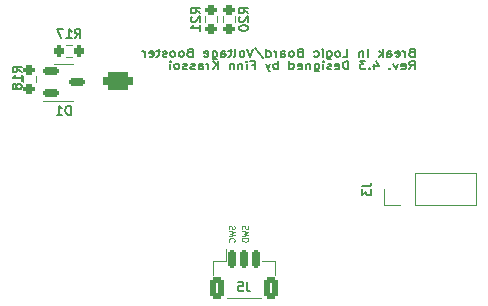
<source format=gbr>
%TF.GenerationSoftware,KiCad,Pcbnew,7.0.8-7.0.8~ubuntu22.04.1*%
%TF.CreationDate,2023-12-12T19:51:11+11:00*%
%TF.ProjectId,Boost-Converter,426f6f73-742d-4436-9f6e-766572746572,rev?*%
%TF.SameCoordinates,Original*%
%TF.FileFunction,Legend,Bot*%
%TF.FilePolarity,Positive*%
%FSLAX46Y46*%
G04 Gerber Fmt 4.6, Leading zero omitted, Abs format (unit mm)*
G04 Created by KiCad (PCBNEW 7.0.8-7.0.8~ubuntu22.04.1) date 2023-12-12 19:51:11*
%MOMM*%
%LPD*%
G01*
G04 APERTURE LIST*
G04 Aperture macros list*
%AMRoundRect*
0 Rectangle with rounded corners*
0 $1 Rounding radius*
0 $2 $3 $4 $5 $6 $7 $8 $9 X,Y pos of 4 corners*
0 Add a 4 corners polygon primitive as box body*
4,1,4,$2,$3,$4,$5,$6,$7,$8,$9,$2,$3,0*
0 Add four circle primitives for the rounded corners*
1,1,$1+$1,$2,$3*
1,1,$1+$1,$4,$5*
1,1,$1+$1,$6,$7*
1,1,$1+$1,$8,$9*
0 Add four rect primitives between the rounded corners*
20,1,$1+$1,$2,$3,$4,$5,0*
20,1,$1+$1,$4,$5,$6,$7,0*
20,1,$1+$1,$6,$7,$8,$9,0*
20,1,$1+$1,$8,$9,$2,$3,0*%
G04 Aperture macros list end*
%ADD10C,0.125000*%
%ADD11C,0.150000*%
%ADD12C,0.120000*%
%ADD13C,2.000000*%
%ADD14R,1.500000X1.500000*%
%ADD15C,3.000000*%
%ADD16R,1.700000X1.700000*%
%ADD17O,1.700000X1.700000*%
%ADD18O,2.500000X2.000000*%
%ADD19RoundRect,0.375000X-0.875000X0.375000X-0.875000X-0.375000X0.875000X-0.375000X0.875000X0.375000X0*%
%ADD20O,2.500000X1.500000*%
%ADD21C,0.650000*%
%ADD22O,1.000000X2.100000*%
%ADD23O,1.000000X1.600000*%
%ADD24R,1.350000X1.350000*%
%ADD25O,1.350000X1.350000*%
%ADD26RoundRect,0.200000X0.200000X0.275000X-0.200000X0.275000X-0.200000X-0.275000X0.200000X-0.275000X0*%
%ADD27RoundRect,0.200000X-0.275000X0.200000X-0.275000X-0.200000X0.275000X-0.200000X0.275000X0.200000X0*%
%ADD28RoundRect,0.200000X0.275000X-0.200000X0.275000X0.200000X-0.275000X0.200000X-0.275000X-0.200000X0*%
%ADD29RoundRect,0.150000X-0.150000X-0.625000X0.150000X-0.625000X0.150000X0.625000X-0.150000X0.625000X0*%
%ADD30RoundRect,0.250000X-0.350000X-0.650000X0.350000X-0.650000X0.350000X0.650000X-0.350000X0.650000X0*%
%ADD31RoundRect,0.150000X-0.512500X-0.150000X0.512500X-0.150000X0.512500X0.150000X-0.512500X0.150000X0*%
G04 APERTURE END LIST*
D10*
X149172000Y-94825429D02*
X149195809Y-94896857D01*
X149195809Y-94896857D02*
X149195809Y-95015905D01*
X149195809Y-95015905D02*
X149172000Y-95063524D01*
X149172000Y-95063524D02*
X149148190Y-95087333D01*
X149148190Y-95087333D02*
X149100571Y-95111143D01*
X149100571Y-95111143D02*
X149052952Y-95111143D01*
X149052952Y-95111143D02*
X149005333Y-95087333D01*
X149005333Y-95087333D02*
X148981523Y-95063524D01*
X148981523Y-95063524D02*
X148957714Y-95015905D01*
X148957714Y-95015905D02*
X148933904Y-94920667D01*
X148933904Y-94920667D02*
X148910095Y-94873048D01*
X148910095Y-94873048D02*
X148886285Y-94849238D01*
X148886285Y-94849238D02*
X148838666Y-94825429D01*
X148838666Y-94825429D02*
X148791047Y-94825429D01*
X148791047Y-94825429D02*
X148743428Y-94849238D01*
X148743428Y-94849238D02*
X148719619Y-94873048D01*
X148719619Y-94873048D02*
X148695809Y-94920667D01*
X148695809Y-94920667D02*
X148695809Y-95039714D01*
X148695809Y-95039714D02*
X148719619Y-95111143D01*
X148695809Y-95277809D02*
X149195809Y-95396857D01*
X149195809Y-95396857D02*
X148838666Y-95492095D01*
X148838666Y-95492095D02*
X149195809Y-95587333D01*
X149195809Y-95587333D02*
X148695809Y-95706381D01*
X149148190Y-96182571D02*
X149172000Y-96158762D01*
X149172000Y-96158762D02*
X149195809Y-96087333D01*
X149195809Y-96087333D02*
X149195809Y-96039714D01*
X149195809Y-96039714D02*
X149172000Y-95968286D01*
X149172000Y-95968286D02*
X149124380Y-95920667D01*
X149124380Y-95920667D02*
X149076761Y-95896857D01*
X149076761Y-95896857D02*
X148981523Y-95873048D01*
X148981523Y-95873048D02*
X148910095Y-95873048D01*
X148910095Y-95873048D02*
X148814857Y-95896857D01*
X148814857Y-95896857D02*
X148767238Y-95920667D01*
X148767238Y-95920667D02*
X148719619Y-95968286D01*
X148719619Y-95968286D02*
X148695809Y-96039714D01*
X148695809Y-96039714D02*
X148695809Y-96087333D01*
X148695809Y-96087333D02*
X148719619Y-96158762D01*
X148719619Y-96158762D02*
X148743428Y-96182571D01*
D11*
X164163173Y-80156176D02*
X164048887Y-80187128D01*
X164048887Y-80187128D02*
X164010792Y-80218080D01*
X164010792Y-80218080D02*
X163972696Y-80279985D01*
X163972696Y-80279985D02*
X163972696Y-80372842D01*
X163972696Y-80372842D02*
X164010792Y-80434747D01*
X164010792Y-80434747D02*
X164048887Y-80465700D01*
X164048887Y-80465700D02*
X164125077Y-80496652D01*
X164125077Y-80496652D02*
X164429839Y-80496652D01*
X164429839Y-80496652D02*
X164429839Y-79846652D01*
X164429839Y-79846652D02*
X164163173Y-79846652D01*
X164163173Y-79846652D02*
X164086982Y-79877604D01*
X164086982Y-79877604D02*
X164048887Y-79908557D01*
X164048887Y-79908557D02*
X164010792Y-79970461D01*
X164010792Y-79970461D02*
X164010792Y-80032366D01*
X164010792Y-80032366D02*
X164048887Y-80094271D01*
X164048887Y-80094271D02*
X164086982Y-80125223D01*
X164086982Y-80125223D02*
X164163173Y-80156176D01*
X164163173Y-80156176D02*
X164429839Y-80156176D01*
X163629839Y-80496652D02*
X163629839Y-80063319D01*
X163629839Y-80187128D02*
X163591744Y-80125223D01*
X163591744Y-80125223D02*
X163553649Y-80094271D01*
X163553649Y-80094271D02*
X163477458Y-80063319D01*
X163477458Y-80063319D02*
X163401268Y-80063319D01*
X162829839Y-80465700D02*
X162906030Y-80496652D01*
X162906030Y-80496652D02*
X163058411Y-80496652D01*
X163058411Y-80496652D02*
X163134601Y-80465700D01*
X163134601Y-80465700D02*
X163172697Y-80403795D01*
X163172697Y-80403795D02*
X163172697Y-80156176D01*
X163172697Y-80156176D02*
X163134601Y-80094271D01*
X163134601Y-80094271D02*
X163058411Y-80063319D01*
X163058411Y-80063319D02*
X162906030Y-80063319D01*
X162906030Y-80063319D02*
X162829839Y-80094271D01*
X162829839Y-80094271D02*
X162791744Y-80156176D01*
X162791744Y-80156176D02*
X162791744Y-80218080D01*
X162791744Y-80218080D02*
X163172697Y-80279985D01*
X162106030Y-80496652D02*
X162106030Y-80156176D01*
X162106030Y-80156176D02*
X162144125Y-80094271D01*
X162144125Y-80094271D02*
X162220316Y-80063319D01*
X162220316Y-80063319D02*
X162372697Y-80063319D01*
X162372697Y-80063319D02*
X162448887Y-80094271D01*
X162106030Y-80465700D02*
X162182221Y-80496652D01*
X162182221Y-80496652D02*
X162372697Y-80496652D01*
X162372697Y-80496652D02*
X162448887Y-80465700D01*
X162448887Y-80465700D02*
X162486983Y-80403795D01*
X162486983Y-80403795D02*
X162486983Y-80341890D01*
X162486983Y-80341890D02*
X162448887Y-80279985D01*
X162448887Y-80279985D02*
X162372697Y-80249033D01*
X162372697Y-80249033D02*
X162182221Y-80249033D01*
X162182221Y-80249033D02*
X162106030Y-80218080D01*
X161725077Y-80496652D02*
X161725077Y-79846652D01*
X161648887Y-80249033D02*
X161420315Y-80496652D01*
X161420315Y-80063319D02*
X161725077Y-80310938D01*
X160467934Y-80496652D02*
X160467934Y-79846652D01*
X160086982Y-80063319D02*
X160086982Y-80496652D01*
X160086982Y-80125223D02*
X160048887Y-80094271D01*
X160048887Y-80094271D02*
X159972697Y-80063319D01*
X159972697Y-80063319D02*
X159858411Y-80063319D01*
X159858411Y-80063319D02*
X159782220Y-80094271D01*
X159782220Y-80094271D02*
X159744125Y-80156176D01*
X159744125Y-80156176D02*
X159744125Y-80496652D01*
X158372696Y-80496652D02*
X158753648Y-80496652D01*
X158753648Y-80496652D02*
X158753648Y-79846652D01*
X157991744Y-80496652D02*
X158067934Y-80465700D01*
X158067934Y-80465700D02*
X158106029Y-80434747D01*
X158106029Y-80434747D02*
X158144125Y-80372842D01*
X158144125Y-80372842D02*
X158144125Y-80187128D01*
X158144125Y-80187128D02*
X158106029Y-80125223D01*
X158106029Y-80125223D02*
X158067934Y-80094271D01*
X158067934Y-80094271D02*
X157991744Y-80063319D01*
X157991744Y-80063319D02*
X157877458Y-80063319D01*
X157877458Y-80063319D02*
X157801267Y-80094271D01*
X157801267Y-80094271D02*
X157763172Y-80125223D01*
X157763172Y-80125223D02*
X157725077Y-80187128D01*
X157725077Y-80187128D02*
X157725077Y-80372842D01*
X157725077Y-80372842D02*
X157763172Y-80434747D01*
X157763172Y-80434747D02*
X157801267Y-80465700D01*
X157801267Y-80465700D02*
X157877458Y-80496652D01*
X157877458Y-80496652D02*
X157991744Y-80496652D01*
X157039362Y-80063319D02*
X157039362Y-80589509D01*
X157039362Y-80589509D02*
X157077457Y-80651414D01*
X157077457Y-80651414D02*
X157115553Y-80682366D01*
X157115553Y-80682366D02*
X157191743Y-80713319D01*
X157191743Y-80713319D02*
X157306029Y-80713319D01*
X157306029Y-80713319D02*
X157382219Y-80682366D01*
X157039362Y-80465700D02*
X157115553Y-80496652D01*
X157115553Y-80496652D02*
X157267934Y-80496652D01*
X157267934Y-80496652D02*
X157344124Y-80465700D01*
X157344124Y-80465700D02*
X157382219Y-80434747D01*
X157382219Y-80434747D02*
X157420315Y-80372842D01*
X157420315Y-80372842D02*
X157420315Y-80187128D01*
X157420315Y-80187128D02*
X157382219Y-80125223D01*
X157382219Y-80125223D02*
X157344124Y-80094271D01*
X157344124Y-80094271D02*
X157267934Y-80063319D01*
X157267934Y-80063319D02*
X157115553Y-80063319D01*
X157115553Y-80063319D02*
X157039362Y-80094271D01*
X156658409Y-80496652D02*
X156658409Y-80063319D01*
X156658409Y-79846652D02*
X156696505Y-79877604D01*
X156696505Y-79877604D02*
X156658409Y-79908557D01*
X156658409Y-79908557D02*
X156620314Y-79877604D01*
X156620314Y-79877604D02*
X156658409Y-79846652D01*
X156658409Y-79846652D02*
X156658409Y-79908557D01*
X155934600Y-80465700D02*
X156010791Y-80496652D01*
X156010791Y-80496652D02*
X156163172Y-80496652D01*
X156163172Y-80496652D02*
X156239362Y-80465700D01*
X156239362Y-80465700D02*
X156277457Y-80434747D01*
X156277457Y-80434747D02*
X156315553Y-80372842D01*
X156315553Y-80372842D02*
X156315553Y-80187128D01*
X156315553Y-80187128D02*
X156277457Y-80125223D01*
X156277457Y-80125223D02*
X156239362Y-80094271D01*
X156239362Y-80094271D02*
X156163172Y-80063319D01*
X156163172Y-80063319D02*
X156010791Y-80063319D01*
X156010791Y-80063319D02*
X155934600Y-80094271D01*
X154715553Y-80156176D02*
X154601267Y-80187128D01*
X154601267Y-80187128D02*
X154563172Y-80218080D01*
X154563172Y-80218080D02*
X154525076Y-80279985D01*
X154525076Y-80279985D02*
X154525076Y-80372842D01*
X154525076Y-80372842D02*
X154563172Y-80434747D01*
X154563172Y-80434747D02*
X154601267Y-80465700D01*
X154601267Y-80465700D02*
X154677457Y-80496652D01*
X154677457Y-80496652D02*
X154982219Y-80496652D01*
X154982219Y-80496652D02*
X154982219Y-79846652D01*
X154982219Y-79846652D02*
X154715553Y-79846652D01*
X154715553Y-79846652D02*
X154639362Y-79877604D01*
X154639362Y-79877604D02*
X154601267Y-79908557D01*
X154601267Y-79908557D02*
X154563172Y-79970461D01*
X154563172Y-79970461D02*
X154563172Y-80032366D01*
X154563172Y-80032366D02*
X154601267Y-80094271D01*
X154601267Y-80094271D02*
X154639362Y-80125223D01*
X154639362Y-80125223D02*
X154715553Y-80156176D01*
X154715553Y-80156176D02*
X154982219Y-80156176D01*
X154067934Y-80496652D02*
X154144124Y-80465700D01*
X154144124Y-80465700D02*
X154182219Y-80434747D01*
X154182219Y-80434747D02*
X154220315Y-80372842D01*
X154220315Y-80372842D02*
X154220315Y-80187128D01*
X154220315Y-80187128D02*
X154182219Y-80125223D01*
X154182219Y-80125223D02*
X154144124Y-80094271D01*
X154144124Y-80094271D02*
X154067934Y-80063319D01*
X154067934Y-80063319D02*
X153953648Y-80063319D01*
X153953648Y-80063319D02*
X153877457Y-80094271D01*
X153877457Y-80094271D02*
X153839362Y-80125223D01*
X153839362Y-80125223D02*
X153801267Y-80187128D01*
X153801267Y-80187128D02*
X153801267Y-80372842D01*
X153801267Y-80372842D02*
X153839362Y-80434747D01*
X153839362Y-80434747D02*
X153877457Y-80465700D01*
X153877457Y-80465700D02*
X153953648Y-80496652D01*
X153953648Y-80496652D02*
X154067934Y-80496652D01*
X153115552Y-80496652D02*
X153115552Y-80156176D01*
X153115552Y-80156176D02*
X153153647Y-80094271D01*
X153153647Y-80094271D02*
X153229838Y-80063319D01*
X153229838Y-80063319D02*
X153382219Y-80063319D01*
X153382219Y-80063319D02*
X153458409Y-80094271D01*
X153115552Y-80465700D02*
X153191743Y-80496652D01*
X153191743Y-80496652D02*
X153382219Y-80496652D01*
X153382219Y-80496652D02*
X153458409Y-80465700D01*
X153458409Y-80465700D02*
X153496505Y-80403795D01*
X153496505Y-80403795D02*
X153496505Y-80341890D01*
X153496505Y-80341890D02*
X153458409Y-80279985D01*
X153458409Y-80279985D02*
X153382219Y-80249033D01*
X153382219Y-80249033D02*
X153191743Y-80249033D01*
X153191743Y-80249033D02*
X153115552Y-80218080D01*
X152734599Y-80496652D02*
X152734599Y-80063319D01*
X152734599Y-80187128D02*
X152696504Y-80125223D01*
X152696504Y-80125223D02*
X152658409Y-80094271D01*
X152658409Y-80094271D02*
X152582218Y-80063319D01*
X152582218Y-80063319D02*
X152506028Y-80063319D01*
X151896504Y-80496652D02*
X151896504Y-79846652D01*
X151896504Y-80465700D02*
X151972695Y-80496652D01*
X151972695Y-80496652D02*
X152125076Y-80496652D01*
X152125076Y-80496652D02*
X152201266Y-80465700D01*
X152201266Y-80465700D02*
X152239361Y-80434747D01*
X152239361Y-80434747D02*
X152277457Y-80372842D01*
X152277457Y-80372842D02*
X152277457Y-80187128D01*
X152277457Y-80187128D02*
X152239361Y-80125223D01*
X152239361Y-80125223D02*
X152201266Y-80094271D01*
X152201266Y-80094271D02*
X152125076Y-80063319D01*
X152125076Y-80063319D02*
X151972695Y-80063319D01*
X151972695Y-80063319D02*
X151896504Y-80094271D01*
X150944123Y-79815700D02*
X151629837Y-80651414D01*
X150791742Y-79846652D02*
X150525075Y-80496652D01*
X150525075Y-80496652D02*
X150258409Y-79846652D01*
X149877457Y-80496652D02*
X149953647Y-80465700D01*
X149953647Y-80465700D02*
X149991742Y-80434747D01*
X149991742Y-80434747D02*
X150029838Y-80372842D01*
X150029838Y-80372842D02*
X150029838Y-80187128D01*
X150029838Y-80187128D02*
X149991742Y-80125223D01*
X149991742Y-80125223D02*
X149953647Y-80094271D01*
X149953647Y-80094271D02*
X149877457Y-80063319D01*
X149877457Y-80063319D02*
X149763171Y-80063319D01*
X149763171Y-80063319D02*
X149686980Y-80094271D01*
X149686980Y-80094271D02*
X149648885Y-80125223D01*
X149648885Y-80125223D02*
X149610790Y-80187128D01*
X149610790Y-80187128D02*
X149610790Y-80372842D01*
X149610790Y-80372842D02*
X149648885Y-80434747D01*
X149648885Y-80434747D02*
X149686980Y-80465700D01*
X149686980Y-80465700D02*
X149763171Y-80496652D01*
X149763171Y-80496652D02*
X149877457Y-80496652D01*
X149153647Y-80496652D02*
X149229837Y-80465700D01*
X149229837Y-80465700D02*
X149267932Y-80403795D01*
X149267932Y-80403795D02*
X149267932Y-79846652D01*
X148963170Y-80063319D02*
X148658408Y-80063319D01*
X148848884Y-79846652D02*
X148848884Y-80403795D01*
X148848884Y-80403795D02*
X148810789Y-80465700D01*
X148810789Y-80465700D02*
X148734599Y-80496652D01*
X148734599Y-80496652D02*
X148658408Y-80496652D01*
X148048884Y-80496652D02*
X148048884Y-80156176D01*
X148048884Y-80156176D02*
X148086979Y-80094271D01*
X148086979Y-80094271D02*
X148163170Y-80063319D01*
X148163170Y-80063319D02*
X148315551Y-80063319D01*
X148315551Y-80063319D02*
X148391741Y-80094271D01*
X148048884Y-80465700D02*
X148125075Y-80496652D01*
X148125075Y-80496652D02*
X148315551Y-80496652D01*
X148315551Y-80496652D02*
X148391741Y-80465700D01*
X148391741Y-80465700D02*
X148429837Y-80403795D01*
X148429837Y-80403795D02*
X148429837Y-80341890D01*
X148429837Y-80341890D02*
X148391741Y-80279985D01*
X148391741Y-80279985D02*
X148315551Y-80249033D01*
X148315551Y-80249033D02*
X148125075Y-80249033D01*
X148125075Y-80249033D02*
X148048884Y-80218080D01*
X147325074Y-80063319D02*
X147325074Y-80589509D01*
X147325074Y-80589509D02*
X147363169Y-80651414D01*
X147363169Y-80651414D02*
X147401265Y-80682366D01*
X147401265Y-80682366D02*
X147477455Y-80713319D01*
X147477455Y-80713319D02*
X147591741Y-80713319D01*
X147591741Y-80713319D02*
X147667931Y-80682366D01*
X147325074Y-80465700D02*
X147401265Y-80496652D01*
X147401265Y-80496652D02*
X147553646Y-80496652D01*
X147553646Y-80496652D02*
X147629836Y-80465700D01*
X147629836Y-80465700D02*
X147667931Y-80434747D01*
X147667931Y-80434747D02*
X147706027Y-80372842D01*
X147706027Y-80372842D02*
X147706027Y-80187128D01*
X147706027Y-80187128D02*
X147667931Y-80125223D01*
X147667931Y-80125223D02*
X147629836Y-80094271D01*
X147629836Y-80094271D02*
X147553646Y-80063319D01*
X147553646Y-80063319D02*
X147401265Y-80063319D01*
X147401265Y-80063319D02*
X147325074Y-80094271D01*
X146639359Y-80465700D02*
X146715550Y-80496652D01*
X146715550Y-80496652D02*
X146867931Y-80496652D01*
X146867931Y-80496652D02*
X146944121Y-80465700D01*
X146944121Y-80465700D02*
X146982217Y-80403795D01*
X146982217Y-80403795D02*
X146982217Y-80156176D01*
X146982217Y-80156176D02*
X146944121Y-80094271D01*
X146944121Y-80094271D02*
X146867931Y-80063319D01*
X146867931Y-80063319D02*
X146715550Y-80063319D01*
X146715550Y-80063319D02*
X146639359Y-80094271D01*
X146639359Y-80094271D02*
X146601264Y-80156176D01*
X146601264Y-80156176D02*
X146601264Y-80218080D01*
X146601264Y-80218080D02*
X146982217Y-80279985D01*
X145382217Y-80156176D02*
X145267931Y-80187128D01*
X145267931Y-80187128D02*
X145229836Y-80218080D01*
X145229836Y-80218080D02*
X145191740Y-80279985D01*
X145191740Y-80279985D02*
X145191740Y-80372842D01*
X145191740Y-80372842D02*
X145229836Y-80434747D01*
X145229836Y-80434747D02*
X145267931Y-80465700D01*
X145267931Y-80465700D02*
X145344121Y-80496652D01*
X145344121Y-80496652D02*
X145648883Y-80496652D01*
X145648883Y-80496652D02*
X145648883Y-79846652D01*
X145648883Y-79846652D02*
X145382217Y-79846652D01*
X145382217Y-79846652D02*
X145306026Y-79877604D01*
X145306026Y-79877604D02*
X145267931Y-79908557D01*
X145267931Y-79908557D02*
X145229836Y-79970461D01*
X145229836Y-79970461D02*
X145229836Y-80032366D01*
X145229836Y-80032366D02*
X145267931Y-80094271D01*
X145267931Y-80094271D02*
X145306026Y-80125223D01*
X145306026Y-80125223D02*
X145382217Y-80156176D01*
X145382217Y-80156176D02*
X145648883Y-80156176D01*
X144734598Y-80496652D02*
X144810788Y-80465700D01*
X144810788Y-80465700D02*
X144848883Y-80434747D01*
X144848883Y-80434747D02*
X144886979Y-80372842D01*
X144886979Y-80372842D02*
X144886979Y-80187128D01*
X144886979Y-80187128D02*
X144848883Y-80125223D01*
X144848883Y-80125223D02*
X144810788Y-80094271D01*
X144810788Y-80094271D02*
X144734598Y-80063319D01*
X144734598Y-80063319D02*
X144620312Y-80063319D01*
X144620312Y-80063319D02*
X144544121Y-80094271D01*
X144544121Y-80094271D02*
X144506026Y-80125223D01*
X144506026Y-80125223D02*
X144467931Y-80187128D01*
X144467931Y-80187128D02*
X144467931Y-80372842D01*
X144467931Y-80372842D02*
X144506026Y-80434747D01*
X144506026Y-80434747D02*
X144544121Y-80465700D01*
X144544121Y-80465700D02*
X144620312Y-80496652D01*
X144620312Y-80496652D02*
X144734598Y-80496652D01*
X144010788Y-80496652D02*
X144086978Y-80465700D01*
X144086978Y-80465700D02*
X144125073Y-80434747D01*
X144125073Y-80434747D02*
X144163169Y-80372842D01*
X144163169Y-80372842D02*
X144163169Y-80187128D01*
X144163169Y-80187128D02*
X144125073Y-80125223D01*
X144125073Y-80125223D02*
X144086978Y-80094271D01*
X144086978Y-80094271D02*
X144010788Y-80063319D01*
X144010788Y-80063319D02*
X143896502Y-80063319D01*
X143896502Y-80063319D02*
X143820311Y-80094271D01*
X143820311Y-80094271D02*
X143782216Y-80125223D01*
X143782216Y-80125223D02*
X143744121Y-80187128D01*
X143744121Y-80187128D02*
X143744121Y-80372842D01*
X143744121Y-80372842D02*
X143782216Y-80434747D01*
X143782216Y-80434747D02*
X143820311Y-80465700D01*
X143820311Y-80465700D02*
X143896502Y-80496652D01*
X143896502Y-80496652D02*
X144010788Y-80496652D01*
X143439359Y-80465700D02*
X143363168Y-80496652D01*
X143363168Y-80496652D02*
X143210787Y-80496652D01*
X143210787Y-80496652D02*
X143134597Y-80465700D01*
X143134597Y-80465700D02*
X143096501Y-80403795D01*
X143096501Y-80403795D02*
X143096501Y-80372842D01*
X143096501Y-80372842D02*
X143134597Y-80310938D01*
X143134597Y-80310938D02*
X143210787Y-80279985D01*
X143210787Y-80279985D02*
X143325073Y-80279985D01*
X143325073Y-80279985D02*
X143401263Y-80249033D01*
X143401263Y-80249033D02*
X143439359Y-80187128D01*
X143439359Y-80187128D02*
X143439359Y-80156176D01*
X143439359Y-80156176D02*
X143401263Y-80094271D01*
X143401263Y-80094271D02*
X143325073Y-80063319D01*
X143325073Y-80063319D02*
X143210787Y-80063319D01*
X143210787Y-80063319D02*
X143134597Y-80094271D01*
X142867930Y-80063319D02*
X142563168Y-80063319D01*
X142753644Y-79846652D02*
X142753644Y-80403795D01*
X142753644Y-80403795D02*
X142715549Y-80465700D01*
X142715549Y-80465700D02*
X142639359Y-80496652D01*
X142639359Y-80496652D02*
X142563168Y-80496652D01*
X141991739Y-80465700D02*
X142067930Y-80496652D01*
X142067930Y-80496652D02*
X142220311Y-80496652D01*
X142220311Y-80496652D02*
X142296501Y-80465700D01*
X142296501Y-80465700D02*
X142334597Y-80403795D01*
X142334597Y-80403795D02*
X142334597Y-80156176D01*
X142334597Y-80156176D02*
X142296501Y-80094271D01*
X142296501Y-80094271D02*
X142220311Y-80063319D01*
X142220311Y-80063319D02*
X142067930Y-80063319D01*
X142067930Y-80063319D02*
X141991739Y-80094271D01*
X141991739Y-80094271D02*
X141953644Y-80156176D01*
X141953644Y-80156176D02*
X141953644Y-80218080D01*
X141953644Y-80218080D02*
X142334597Y-80279985D01*
X141610787Y-80496652D02*
X141610787Y-80063319D01*
X141610787Y-80187128D02*
X141572692Y-80125223D01*
X141572692Y-80125223D02*
X141534597Y-80094271D01*
X141534597Y-80094271D02*
X141458406Y-80063319D01*
X141458406Y-80063319D02*
X141382216Y-80063319D01*
X163972696Y-81543152D02*
X164239363Y-81233628D01*
X164429839Y-81543152D02*
X164429839Y-80893152D01*
X164429839Y-80893152D02*
X164125077Y-80893152D01*
X164125077Y-80893152D02*
X164048887Y-80924104D01*
X164048887Y-80924104D02*
X164010792Y-80955057D01*
X164010792Y-80955057D02*
X163972696Y-81016961D01*
X163972696Y-81016961D02*
X163972696Y-81109819D01*
X163972696Y-81109819D02*
X164010792Y-81171723D01*
X164010792Y-81171723D02*
X164048887Y-81202676D01*
X164048887Y-81202676D02*
X164125077Y-81233628D01*
X164125077Y-81233628D02*
X164429839Y-81233628D01*
X163325077Y-81512200D02*
X163401268Y-81543152D01*
X163401268Y-81543152D02*
X163553649Y-81543152D01*
X163553649Y-81543152D02*
X163629839Y-81512200D01*
X163629839Y-81512200D02*
X163667935Y-81450295D01*
X163667935Y-81450295D02*
X163667935Y-81202676D01*
X163667935Y-81202676D02*
X163629839Y-81140771D01*
X163629839Y-81140771D02*
X163553649Y-81109819D01*
X163553649Y-81109819D02*
X163401268Y-81109819D01*
X163401268Y-81109819D02*
X163325077Y-81140771D01*
X163325077Y-81140771D02*
X163286982Y-81202676D01*
X163286982Y-81202676D02*
X163286982Y-81264580D01*
X163286982Y-81264580D02*
X163667935Y-81326485D01*
X163020316Y-81109819D02*
X162829840Y-81543152D01*
X162829840Y-81543152D02*
X162639363Y-81109819D01*
X162334601Y-81481247D02*
X162296506Y-81512200D01*
X162296506Y-81512200D02*
X162334601Y-81543152D01*
X162334601Y-81543152D02*
X162372697Y-81512200D01*
X162372697Y-81512200D02*
X162334601Y-81481247D01*
X162334601Y-81481247D02*
X162334601Y-81543152D01*
X161001268Y-81109819D02*
X161001268Y-81543152D01*
X161191744Y-80862200D02*
X161382221Y-81326485D01*
X161382221Y-81326485D02*
X160886982Y-81326485D01*
X160582220Y-81481247D02*
X160544125Y-81512200D01*
X160544125Y-81512200D02*
X160582220Y-81543152D01*
X160582220Y-81543152D02*
X160620316Y-81512200D01*
X160620316Y-81512200D02*
X160582220Y-81481247D01*
X160582220Y-81481247D02*
X160582220Y-81543152D01*
X160277459Y-80893152D02*
X159782221Y-80893152D01*
X159782221Y-80893152D02*
X160048887Y-81140771D01*
X160048887Y-81140771D02*
X159934602Y-81140771D01*
X159934602Y-81140771D02*
X159858411Y-81171723D01*
X159858411Y-81171723D02*
X159820316Y-81202676D01*
X159820316Y-81202676D02*
X159782221Y-81264580D01*
X159782221Y-81264580D02*
X159782221Y-81419342D01*
X159782221Y-81419342D02*
X159820316Y-81481247D01*
X159820316Y-81481247D02*
X159858411Y-81512200D01*
X159858411Y-81512200D02*
X159934602Y-81543152D01*
X159934602Y-81543152D02*
X160163173Y-81543152D01*
X160163173Y-81543152D02*
X160239364Y-81512200D01*
X160239364Y-81512200D02*
X160277459Y-81481247D01*
X158829839Y-81543152D02*
X158829839Y-80893152D01*
X158829839Y-80893152D02*
X158639363Y-80893152D01*
X158639363Y-80893152D02*
X158525077Y-80924104D01*
X158525077Y-80924104D02*
X158448887Y-80986009D01*
X158448887Y-80986009D02*
X158410792Y-81047914D01*
X158410792Y-81047914D02*
X158372696Y-81171723D01*
X158372696Y-81171723D02*
X158372696Y-81264580D01*
X158372696Y-81264580D02*
X158410792Y-81388390D01*
X158410792Y-81388390D02*
X158448887Y-81450295D01*
X158448887Y-81450295D02*
X158525077Y-81512200D01*
X158525077Y-81512200D02*
X158639363Y-81543152D01*
X158639363Y-81543152D02*
X158829839Y-81543152D01*
X157725077Y-81512200D02*
X157801268Y-81543152D01*
X157801268Y-81543152D02*
X157953649Y-81543152D01*
X157953649Y-81543152D02*
X158029839Y-81512200D01*
X158029839Y-81512200D02*
X158067935Y-81450295D01*
X158067935Y-81450295D02*
X158067935Y-81202676D01*
X158067935Y-81202676D02*
X158029839Y-81140771D01*
X158029839Y-81140771D02*
X157953649Y-81109819D01*
X157953649Y-81109819D02*
X157801268Y-81109819D01*
X157801268Y-81109819D02*
X157725077Y-81140771D01*
X157725077Y-81140771D02*
X157686982Y-81202676D01*
X157686982Y-81202676D02*
X157686982Y-81264580D01*
X157686982Y-81264580D02*
X158067935Y-81326485D01*
X157382221Y-81512200D02*
X157306030Y-81543152D01*
X157306030Y-81543152D02*
X157153649Y-81543152D01*
X157153649Y-81543152D02*
X157077459Y-81512200D01*
X157077459Y-81512200D02*
X157039363Y-81450295D01*
X157039363Y-81450295D02*
X157039363Y-81419342D01*
X157039363Y-81419342D02*
X157077459Y-81357438D01*
X157077459Y-81357438D02*
X157153649Y-81326485D01*
X157153649Y-81326485D02*
X157267935Y-81326485D01*
X157267935Y-81326485D02*
X157344125Y-81295533D01*
X157344125Y-81295533D02*
X157382221Y-81233628D01*
X157382221Y-81233628D02*
X157382221Y-81202676D01*
X157382221Y-81202676D02*
X157344125Y-81140771D01*
X157344125Y-81140771D02*
X157267935Y-81109819D01*
X157267935Y-81109819D02*
X157153649Y-81109819D01*
X157153649Y-81109819D02*
X157077459Y-81140771D01*
X156696506Y-81543152D02*
X156696506Y-81109819D01*
X156696506Y-80893152D02*
X156734602Y-80924104D01*
X156734602Y-80924104D02*
X156696506Y-80955057D01*
X156696506Y-80955057D02*
X156658411Y-80924104D01*
X156658411Y-80924104D02*
X156696506Y-80893152D01*
X156696506Y-80893152D02*
X156696506Y-80955057D01*
X155972697Y-81109819D02*
X155972697Y-81636009D01*
X155972697Y-81636009D02*
X156010792Y-81697914D01*
X156010792Y-81697914D02*
X156048888Y-81728866D01*
X156048888Y-81728866D02*
X156125078Y-81759819D01*
X156125078Y-81759819D02*
X156239364Y-81759819D01*
X156239364Y-81759819D02*
X156315554Y-81728866D01*
X155972697Y-81512200D02*
X156048888Y-81543152D01*
X156048888Y-81543152D02*
X156201269Y-81543152D01*
X156201269Y-81543152D02*
X156277459Y-81512200D01*
X156277459Y-81512200D02*
X156315554Y-81481247D01*
X156315554Y-81481247D02*
X156353650Y-81419342D01*
X156353650Y-81419342D02*
X156353650Y-81233628D01*
X156353650Y-81233628D02*
X156315554Y-81171723D01*
X156315554Y-81171723D02*
X156277459Y-81140771D01*
X156277459Y-81140771D02*
X156201269Y-81109819D01*
X156201269Y-81109819D02*
X156048888Y-81109819D01*
X156048888Y-81109819D02*
X155972697Y-81140771D01*
X155591744Y-81109819D02*
X155591744Y-81543152D01*
X155591744Y-81171723D02*
X155553649Y-81140771D01*
X155553649Y-81140771D02*
X155477459Y-81109819D01*
X155477459Y-81109819D02*
X155363173Y-81109819D01*
X155363173Y-81109819D02*
X155286982Y-81140771D01*
X155286982Y-81140771D02*
X155248887Y-81202676D01*
X155248887Y-81202676D02*
X155248887Y-81543152D01*
X154563172Y-81512200D02*
X154639363Y-81543152D01*
X154639363Y-81543152D02*
X154791744Y-81543152D01*
X154791744Y-81543152D02*
X154867934Y-81512200D01*
X154867934Y-81512200D02*
X154906030Y-81450295D01*
X154906030Y-81450295D02*
X154906030Y-81202676D01*
X154906030Y-81202676D02*
X154867934Y-81140771D01*
X154867934Y-81140771D02*
X154791744Y-81109819D01*
X154791744Y-81109819D02*
X154639363Y-81109819D01*
X154639363Y-81109819D02*
X154563172Y-81140771D01*
X154563172Y-81140771D02*
X154525077Y-81202676D01*
X154525077Y-81202676D02*
X154525077Y-81264580D01*
X154525077Y-81264580D02*
X154906030Y-81326485D01*
X153839363Y-81543152D02*
X153839363Y-80893152D01*
X153839363Y-81512200D02*
X153915554Y-81543152D01*
X153915554Y-81543152D02*
X154067935Y-81543152D01*
X154067935Y-81543152D02*
X154144125Y-81512200D01*
X154144125Y-81512200D02*
X154182220Y-81481247D01*
X154182220Y-81481247D02*
X154220316Y-81419342D01*
X154220316Y-81419342D02*
X154220316Y-81233628D01*
X154220316Y-81233628D02*
X154182220Y-81171723D01*
X154182220Y-81171723D02*
X154144125Y-81140771D01*
X154144125Y-81140771D02*
X154067935Y-81109819D01*
X154067935Y-81109819D02*
X153915554Y-81109819D01*
X153915554Y-81109819D02*
X153839363Y-81140771D01*
X152848886Y-81543152D02*
X152848886Y-80893152D01*
X152848886Y-81140771D02*
X152772696Y-81109819D01*
X152772696Y-81109819D02*
X152620315Y-81109819D01*
X152620315Y-81109819D02*
X152544124Y-81140771D01*
X152544124Y-81140771D02*
X152506029Y-81171723D01*
X152506029Y-81171723D02*
X152467934Y-81233628D01*
X152467934Y-81233628D02*
X152467934Y-81419342D01*
X152467934Y-81419342D02*
X152506029Y-81481247D01*
X152506029Y-81481247D02*
X152544124Y-81512200D01*
X152544124Y-81512200D02*
X152620315Y-81543152D01*
X152620315Y-81543152D02*
X152772696Y-81543152D01*
X152772696Y-81543152D02*
X152848886Y-81512200D01*
X152201267Y-81109819D02*
X152010791Y-81543152D01*
X151820314Y-81109819D02*
X152010791Y-81543152D01*
X152010791Y-81543152D02*
X152086981Y-81697914D01*
X152086981Y-81697914D02*
X152125076Y-81728866D01*
X152125076Y-81728866D02*
X152201267Y-81759819D01*
X150639362Y-81202676D02*
X150906028Y-81202676D01*
X150906028Y-81543152D02*
X150906028Y-80893152D01*
X150906028Y-80893152D02*
X150525076Y-80893152D01*
X150220314Y-81543152D02*
X150220314Y-81109819D01*
X150220314Y-80893152D02*
X150258410Y-80924104D01*
X150258410Y-80924104D02*
X150220314Y-80955057D01*
X150220314Y-80955057D02*
X150182219Y-80924104D01*
X150182219Y-80924104D02*
X150220314Y-80893152D01*
X150220314Y-80893152D02*
X150220314Y-80955057D01*
X149839362Y-81109819D02*
X149839362Y-81543152D01*
X149839362Y-81171723D02*
X149801267Y-81140771D01*
X149801267Y-81140771D02*
X149725077Y-81109819D01*
X149725077Y-81109819D02*
X149610791Y-81109819D01*
X149610791Y-81109819D02*
X149534600Y-81140771D01*
X149534600Y-81140771D02*
X149496505Y-81202676D01*
X149496505Y-81202676D02*
X149496505Y-81543152D01*
X149115552Y-81109819D02*
X149115552Y-81543152D01*
X149115552Y-81171723D02*
X149077457Y-81140771D01*
X149077457Y-81140771D02*
X149001267Y-81109819D01*
X149001267Y-81109819D02*
X148886981Y-81109819D01*
X148886981Y-81109819D02*
X148810790Y-81140771D01*
X148810790Y-81140771D02*
X148772695Y-81202676D01*
X148772695Y-81202676D02*
X148772695Y-81543152D01*
X147782218Y-81543152D02*
X147782218Y-80893152D01*
X147325075Y-81543152D02*
X147667933Y-81171723D01*
X147325075Y-80893152D02*
X147782218Y-81264580D01*
X146982218Y-81543152D02*
X146982218Y-81109819D01*
X146982218Y-81233628D02*
X146944123Y-81171723D01*
X146944123Y-81171723D02*
X146906028Y-81140771D01*
X146906028Y-81140771D02*
X146829837Y-81109819D01*
X146829837Y-81109819D02*
X146753647Y-81109819D01*
X146144123Y-81543152D02*
X146144123Y-81202676D01*
X146144123Y-81202676D02*
X146182218Y-81140771D01*
X146182218Y-81140771D02*
X146258409Y-81109819D01*
X146258409Y-81109819D02*
X146410790Y-81109819D01*
X146410790Y-81109819D02*
X146486980Y-81140771D01*
X146144123Y-81512200D02*
X146220314Y-81543152D01*
X146220314Y-81543152D02*
X146410790Y-81543152D01*
X146410790Y-81543152D02*
X146486980Y-81512200D01*
X146486980Y-81512200D02*
X146525076Y-81450295D01*
X146525076Y-81450295D02*
X146525076Y-81388390D01*
X146525076Y-81388390D02*
X146486980Y-81326485D01*
X146486980Y-81326485D02*
X146410790Y-81295533D01*
X146410790Y-81295533D02*
X146220314Y-81295533D01*
X146220314Y-81295533D02*
X146144123Y-81264580D01*
X145801266Y-81512200D02*
X145725075Y-81543152D01*
X145725075Y-81543152D02*
X145572694Y-81543152D01*
X145572694Y-81543152D02*
X145496504Y-81512200D01*
X145496504Y-81512200D02*
X145458408Y-81450295D01*
X145458408Y-81450295D02*
X145458408Y-81419342D01*
X145458408Y-81419342D02*
X145496504Y-81357438D01*
X145496504Y-81357438D02*
X145572694Y-81326485D01*
X145572694Y-81326485D02*
X145686980Y-81326485D01*
X145686980Y-81326485D02*
X145763170Y-81295533D01*
X145763170Y-81295533D02*
X145801266Y-81233628D01*
X145801266Y-81233628D02*
X145801266Y-81202676D01*
X145801266Y-81202676D02*
X145763170Y-81140771D01*
X145763170Y-81140771D02*
X145686980Y-81109819D01*
X145686980Y-81109819D02*
X145572694Y-81109819D01*
X145572694Y-81109819D02*
X145496504Y-81140771D01*
X145153647Y-81512200D02*
X145077456Y-81543152D01*
X145077456Y-81543152D02*
X144925075Y-81543152D01*
X144925075Y-81543152D02*
X144848885Y-81512200D01*
X144848885Y-81512200D02*
X144810789Y-81450295D01*
X144810789Y-81450295D02*
X144810789Y-81419342D01*
X144810789Y-81419342D02*
X144848885Y-81357438D01*
X144848885Y-81357438D02*
X144925075Y-81326485D01*
X144925075Y-81326485D02*
X145039361Y-81326485D01*
X145039361Y-81326485D02*
X145115551Y-81295533D01*
X145115551Y-81295533D02*
X145153647Y-81233628D01*
X145153647Y-81233628D02*
X145153647Y-81202676D01*
X145153647Y-81202676D02*
X145115551Y-81140771D01*
X145115551Y-81140771D02*
X145039361Y-81109819D01*
X145039361Y-81109819D02*
X144925075Y-81109819D01*
X144925075Y-81109819D02*
X144848885Y-81140771D01*
X144353647Y-81543152D02*
X144429837Y-81512200D01*
X144429837Y-81512200D02*
X144467932Y-81481247D01*
X144467932Y-81481247D02*
X144506028Y-81419342D01*
X144506028Y-81419342D02*
X144506028Y-81233628D01*
X144506028Y-81233628D02*
X144467932Y-81171723D01*
X144467932Y-81171723D02*
X144429837Y-81140771D01*
X144429837Y-81140771D02*
X144353647Y-81109819D01*
X144353647Y-81109819D02*
X144239361Y-81109819D01*
X144239361Y-81109819D02*
X144163170Y-81140771D01*
X144163170Y-81140771D02*
X144125075Y-81171723D01*
X144125075Y-81171723D02*
X144086980Y-81233628D01*
X144086980Y-81233628D02*
X144086980Y-81419342D01*
X144086980Y-81419342D02*
X144125075Y-81481247D01*
X144125075Y-81481247D02*
X144163170Y-81512200D01*
X144163170Y-81512200D02*
X144239361Y-81543152D01*
X144239361Y-81543152D02*
X144353647Y-81543152D01*
X143744122Y-81543152D02*
X143744122Y-81109819D01*
X143744122Y-80893152D02*
X143782218Y-80924104D01*
X143782218Y-80924104D02*
X143744122Y-80955057D01*
X143744122Y-80955057D02*
X143706027Y-80924104D01*
X143706027Y-80924104D02*
X143744122Y-80893152D01*
X143744122Y-80893152D02*
X143744122Y-80955057D01*
D10*
X150315000Y-94825429D02*
X150338809Y-94896857D01*
X150338809Y-94896857D02*
X150338809Y-95015905D01*
X150338809Y-95015905D02*
X150315000Y-95063524D01*
X150315000Y-95063524D02*
X150291190Y-95087333D01*
X150291190Y-95087333D02*
X150243571Y-95111143D01*
X150243571Y-95111143D02*
X150195952Y-95111143D01*
X150195952Y-95111143D02*
X150148333Y-95087333D01*
X150148333Y-95087333D02*
X150124523Y-95063524D01*
X150124523Y-95063524D02*
X150100714Y-95015905D01*
X150100714Y-95015905D02*
X150076904Y-94920667D01*
X150076904Y-94920667D02*
X150053095Y-94873048D01*
X150053095Y-94873048D02*
X150029285Y-94849238D01*
X150029285Y-94849238D02*
X149981666Y-94825429D01*
X149981666Y-94825429D02*
X149934047Y-94825429D01*
X149934047Y-94825429D02*
X149886428Y-94849238D01*
X149886428Y-94849238D02*
X149862619Y-94873048D01*
X149862619Y-94873048D02*
X149838809Y-94920667D01*
X149838809Y-94920667D02*
X149838809Y-95039714D01*
X149838809Y-95039714D02*
X149862619Y-95111143D01*
X149838809Y-95277809D02*
X150338809Y-95396857D01*
X150338809Y-95396857D02*
X149981666Y-95492095D01*
X149981666Y-95492095D02*
X150338809Y-95587333D01*
X150338809Y-95587333D02*
X149838809Y-95706381D01*
X150338809Y-95896857D02*
X149838809Y-95896857D01*
X149838809Y-95896857D02*
X149838809Y-96015905D01*
X149838809Y-96015905D02*
X149862619Y-96087333D01*
X149862619Y-96087333D02*
X149910238Y-96134952D01*
X149910238Y-96134952D02*
X149957857Y-96158762D01*
X149957857Y-96158762D02*
X150053095Y-96182571D01*
X150053095Y-96182571D02*
X150124523Y-96182571D01*
X150124523Y-96182571D02*
X150219761Y-96158762D01*
X150219761Y-96158762D02*
X150267380Y-96134952D01*
X150267380Y-96134952D02*
X150315000Y-96087333D01*
X150315000Y-96087333D02*
X150338809Y-96015905D01*
X150338809Y-96015905D02*
X150338809Y-95896857D01*
D11*
X135680856Y-78924715D02*
X135934856Y-78561858D01*
X136116285Y-78924715D02*
X136116285Y-78162715D01*
X136116285Y-78162715D02*
X135825999Y-78162715D01*
X135825999Y-78162715D02*
X135753428Y-78199001D01*
X135753428Y-78199001D02*
X135717142Y-78235287D01*
X135717142Y-78235287D02*
X135680856Y-78307858D01*
X135680856Y-78307858D02*
X135680856Y-78416715D01*
X135680856Y-78416715D02*
X135717142Y-78489287D01*
X135717142Y-78489287D02*
X135753428Y-78525572D01*
X135753428Y-78525572D02*
X135825999Y-78561858D01*
X135825999Y-78561858D02*
X136116285Y-78561858D01*
X134955142Y-78924715D02*
X135390571Y-78924715D01*
X135172856Y-78924715D02*
X135172856Y-78162715D01*
X135172856Y-78162715D02*
X135245428Y-78271572D01*
X135245428Y-78271572D02*
X135317999Y-78344144D01*
X135317999Y-78344144D02*
X135390571Y-78380430D01*
X134701142Y-78162715D02*
X134193142Y-78162715D01*
X134193142Y-78162715D02*
X134519714Y-78924715D01*
X146267715Y-76853143D02*
X145904858Y-76599143D01*
X146267715Y-76417714D02*
X145505715Y-76417714D01*
X145505715Y-76417714D02*
X145505715Y-76708000D01*
X145505715Y-76708000D02*
X145542001Y-76780571D01*
X145542001Y-76780571D02*
X145578287Y-76816857D01*
X145578287Y-76816857D02*
X145650858Y-76853143D01*
X145650858Y-76853143D02*
X145759715Y-76853143D01*
X145759715Y-76853143D02*
X145832287Y-76816857D01*
X145832287Y-76816857D02*
X145868572Y-76780571D01*
X145868572Y-76780571D02*
X145904858Y-76708000D01*
X145904858Y-76708000D02*
X145904858Y-76417714D01*
X145578287Y-77143428D02*
X145542001Y-77179714D01*
X145542001Y-77179714D02*
X145505715Y-77252286D01*
X145505715Y-77252286D02*
X145505715Y-77433714D01*
X145505715Y-77433714D02*
X145542001Y-77506286D01*
X145542001Y-77506286D02*
X145578287Y-77542571D01*
X145578287Y-77542571D02*
X145650858Y-77578857D01*
X145650858Y-77578857D02*
X145723430Y-77578857D01*
X145723430Y-77578857D02*
X145832287Y-77542571D01*
X145832287Y-77542571D02*
X146267715Y-77107143D01*
X146267715Y-77107143D02*
X146267715Y-77578857D01*
X146267715Y-78304571D02*
X146267715Y-77869142D01*
X146267715Y-78086857D02*
X145505715Y-78086857D01*
X145505715Y-78086857D02*
X145614572Y-78014285D01*
X145614572Y-78014285D02*
X145687144Y-77941714D01*
X145687144Y-77941714D02*
X145723430Y-77869142D01*
X131154715Y-81806143D02*
X130791858Y-81552143D01*
X131154715Y-81370714D02*
X130392715Y-81370714D01*
X130392715Y-81370714D02*
X130392715Y-81661000D01*
X130392715Y-81661000D02*
X130429001Y-81733571D01*
X130429001Y-81733571D02*
X130465287Y-81769857D01*
X130465287Y-81769857D02*
X130537858Y-81806143D01*
X130537858Y-81806143D02*
X130646715Y-81806143D01*
X130646715Y-81806143D02*
X130719287Y-81769857D01*
X130719287Y-81769857D02*
X130755572Y-81733571D01*
X130755572Y-81733571D02*
X130791858Y-81661000D01*
X130791858Y-81661000D02*
X130791858Y-81370714D01*
X131154715Y-82531857D02*
X131154715Y-82096428D01*
X131154715Y-82314143D02*
X130392715Y-82314143D01*
X130392715Y-82314143D02*
X130501572Y-82241571D01*
X130501572Y-82241571D02*
X130574144Y-82169000D01*
X130574144Y-82169000D02*
X130610430Y-82096428D01*
X130719287Y-82967285D02*
X130683001Y-82894714D01*
X130683001Y-82894714D02*
X130646715Y-82858428D01*
X130646715Y-82858428D02*
X130574144Y-82822142D01*
X130574144Y-82822142D02*
X130537858Y-82822142D01*
X130537858Y-82822142D02*
X130465287Y-82858428D01*
X130465287Y-82858428D02*
X130429001Y-82894714D01*
X130429001Y-82894714D02*
X130392715Y-82967285D01*
X130392715Y-82967285D02*
X130392715Y-83112428D01*
X130392715Y-83112428D02*
X130429001Y-83185000D01*
X130429001Y-83185000D02*
X130465287Y-83221285D01*
X130465287Y-83221285D02*
X130537858Y-83257571D01*
X130537858Y-83257571D02*
X130574144Y-83257571D01*
X130574144Y-83257571D02*
X130646715Y-83221285D01*
X130646715Y-83221285D02*
X130683001Y-83185000D01*
X130683001Y-83185000D02*
X130719287Y-83112428D01*
X130719287Y-83112428D02*
X130719287Y-82967285D01*
X130719287Y-82967285D02*
X130755572Y-82894714D01*
X130755572Y-82894714D02*
X130791858Y-82858428D01*
X130791858Y-82858428D02*
X130864430Y-82822142D01*
X130864430Y-82822142D02*
X131009572Y-82822142D01*
X131009572Y-82822142D02*
X131082144Y-82858428D01*
X131082144Y-82858428D02*
X131118430Y-82894714D01*
X131118430Y-82894714D02*
X131154715Y-82967285D01*
X131154715Y-82967285D02*
X131154715Y-83112428D01*
X131154715Y-83112428D02*
X131118430Y-83185000D01*
X131118430Y-83185000D02*
X131082144Y-83221285D01*
X131082144Y-83221285D02*
X131009572Y-83257571D01*
X131009572Y-83257571D02*
X130864430Y-83257571D01*
X130864430Y-83257571D02*
X130791858Y-83221285D01*
X130791858Y-83221285D02*
X130755572Y-83185000D01*
X130755572Y-83185000D02*
X130719287Y-83112428D01*
X160022715Y-91465000D02*
X160567001Y-91465000D01*
X160567001Y-91465000D02*
X160675858Y-91428715D01*
X160675858Y-91428715D02*
X160748430Y-91356143D01*
X160748430Y-91356143D02*
X160784715Y-91247286D01*
X160784715Y-91247286D02*
X160784715Y-91174715D01*
X160022715Y-91755286D02*
X160022715Y-92227000D01*
X160022715Y-92227000D02*
X160313001Y-91973000D01*
X160313001Y-91973000D02*
X160313001Y-92081857D01*
X160313001Y-92081857D02*
X160349287Y-92154429D01*
X160349287Y-92154429D02*
X160385572Y-92190714D01*
X160385572Y-92190714D02*
X160458144Y-92227000D01*
X160458144Y-92227000D02*
X160639572Y-92227000D01*
X160639572Y-92227000D02*
X160712144Y-92190714D01*
X160712144Y-92190714D02*
X160748430Y-92154429D01*
X160748430Y-92154429D02*
X160784715Y-92081857D01*
X160784715Y-92081857D02*
X160784715Y-91864143D01*
X160784715Y-91864143D02*
X160748430Y-91791571D01*
X160748430Y-91791571D02*
X160712144Y-91755286D01*
X150240999Y-99595215D02*
X150240999Y-100139501D01*
X150240999Y-100139501D02*
X150277284Y-100248358D01*
X150277284Y-100248358D02*
X150349856Y-100320930D01*
X150349856Y-100320930D02*
X150458713Y-100357215D01*
X150458713Y-100357215D02*
X150531284Y-100357215D01*
X149515285Y-99595215D02*
X149878142Y-99595215D01*
X149878142Y-99595215D02*
X149914428Y-99958072D01*
X149914428Y-99958072D02*
X149878142Y-99921787D01*
X149878142Y-99921787D02*
X149805571Y-99885501D01*
X149805571Y-99885501D02*
X149624142Y-99885501D01*
X149624142Y-99885501D02*
X149551571Y-99921787D01*
X149551571Y-99921787D02*
X149515285Y-99958072D01*
X149515285Y-99958072D02*
X149478999Y-100030644D01*
X149478999Y-100030644D02*
X149478999Y-100212072D01*
X149478999Y-100212072D02*
X149515285Y-100284644D01*
X149515285Y-100284644D02*
X149551571Y-100320930D01*
X149551571Y-100320930D02*
X149624142Y-100357215D01*
X149624142Y-100357215D02*
X149805571Y-100357215D01*
X149805571Y-100357215D02*
X149878142Y-100320930D01*
X149878142Y-100320930D02*
X149914428Y-100284644D01*
X135309428Y-85421715D02*
X135309428Y-84659715D01*
X135309428Y-84659715D02*
X135127999Y-84659715D01*
X135127999Y-84659715D02*
X135019142Y-84696001D01*
X135019142Y-84696001D02*
X134946571Y-84768572D01*
X134946571Y-84768572D02*
X134910285Y-84841144D01*
X134910285Y-84841144D02*
X134873999Y-84986287D01*
X134873999Y-84986287D02*
X134873999Y-85095144D01*
X134873999Y-85095144D02*
X134910285Y-85240287D01*
X134910285Y-85240287D02*
X134946571Y-85312858D01*
X134946571Y-85312858D02*
X135019142Y-85385430D01*
X135019142Y-85385430D02*
X135127999Y-85421715D01*
X135127999Y-85421715D02*
X135309428Y-85421715D01*
X134148285Y-85421715D02*
X134583714Y-85421715D01*
X134365999Y-85421715D02*
X134365999Y-84659715D01*
X134365999Y-84659715D02*
X134438571Y-84768572D01*
X134438571Y-84768572D02*
X134511142Y-84841144D01*
X134511142Y-84841144D02*
X134583714Y-84877430D01*
X150331715Y-76853143D02*
X149968858Y-76599143D01*
X150331715Y-76417714D02*
X149569715Y-76417714D01*
X149569715Y-76417714D02*
X149569715Y-76708000D01*
X149569715Y-76708000D02*
X149606001Y-76780571D01*
X149606001Y-76780571D02*
X149642287Y-76816857D01*
X149642287Y-76816857D02*
X149714858Y-76853143D01*
X149714858Y-76853143D02*
X149823715Y-76853143D01*
X149823715Y-76853143D02*
X149896287Y-76816857D01*
X149896287Y-76816857D02*
X149932572Y-76780571D01*
X149932572Y-76780571D02*
X149968858Y-76708000D01*
X149968858Y-76708000D02*
X149968858Y-76417714D01*
X149642287Y-77143428D02*
X149606001Y-77179714D01*
X149606001Y-77179714D02*
X149569715Y-77252286D01*
X149569715Y-77252286D02*
X149569715Y-77433714D01*
X149569715Y-77433714D02*
X149606001Y-77506286D01*
X149606001Y-77506286D02*
X149642287Y-77542571D01*
X149642287Y-77542571D02*
X149714858Y-77578857D01*
X149714858Y-77578857D02*
X149787430Y-77578857D01*
X149787430Y-77578857D02*
X149896287Y-77542571D01*
X149896287Y-77542571D02*
X150331715Y-77107143D01*
X150331715Y-77107143D02*
X150331715Y-77578857D01*
X149569715Y-78050571D02*
X149569715Y-78123142D01*
X149569715Y-78123142D02*
X149606001Y-78195714D01*
X149606001Y-78195714D02*
X149642287Y-78232000D01*
X149642287Y-78232000D02*
X149714858Y-78268285D01*
X149714858Y-78268285D02*
X149860001Y-78304571D01*
X149860001Y-78304571D02*
X150041430Y-78304571D01*
X150041430Y-78304571D02*
X150186572Y-78268285D01*
X150186572Y-78268285D02*
X150259144Y-78232000D01*
X150259144Y-78232000D02*
X150295430Y-78195714D01*
X150295430Y-78195714D02*
X150331715Y-78123142D01*
X150331715Y-78123142D02*
X150331715Y-78050571D01*
X150331715Y-78050571D02*
X150295430Y-77978000D01*
X150295430Y-77978000D02*
X150259144Y-77941714D01*
X150259144Y-77941714D02*
X150186572Y-77905428D01*
X150186572Y-77905428D02*
X150041430Y-77869142D01*
X150041430Y-77869142D02*
X149860001Y-77869142D01*
X149860001Y-77869142D02*
X149714858Y-77905428D01*
X149714858Y-77905428D02*
X149642287Y-77941714D01*
X149642287Y-77941714D02*
X149606001Y-77978000D01*
X149606001Y-77978000D02*
X149569715Y-78050571D01*
D12*
%TO.C,R17*%
X135428258Y-80532500D02*
X134953742Y-80532500D01*
X135428258Y-79487500D02*
X134953742Y-79487500D01*
%TO.C,R21*%
X147715500Y-77105742D02*
X147715500Y-77580258D01*
X146670500Y-77105742D02*
X146670500Y-77580258D01*
%TO.C,R18*%
X131303500Y-82660258D02*
X131303500Y-82185742D01*
X132348500Y-82660258D02*
X132348500Y-82185742D01*
%TO.C,J3*%
X169620000Y-90389000D02*
X169620000Y-93049000D01*
X164480000Y-90389000D02*
X169620000Y-90389000D01*
X164480000Y-90389000D02*
X164480000Y-93049000D01*
X161880000Y-91719000D02*
X161880000Y-93049000D01*
X164480000Y-93049000D02*
X169620000Y-93049000D01*
X161880000Y-93049000D02*
X163210000Y-93049000D01*
%TO.C,J5*%
X147377000Y-97823000D02*
X148427000Y-97823000D01*
X147377000Y-98973000D02*
X147377000Y-97823000D01*
X148427000Y-97823000D02*
X148427000Y-96833000D01*
X148547000Y-100943000D02*
X151427000Y-100943000D01*
X152597000Y-97823000D02*
X151547000Y-97823000D01*
X152597000Y-98973000D02*
X152597000Y-97823000D01*
%TO.C,D1*%
X134747000Y-81117000D02*
X133947000Y-81117000D01*
X134747000Y-81117000D02*
X135547000Y-81117000D01*
X134747000Y-84237000D02*
X132947000Y-84237000D01*
X134747000Y-84237000D02*
X135547000Y-84237000D01*
%TO.C,R20*%
X149239500Y-77105742D02*
X149239500Y-77580258D01*
X148194500Y-77105742D02*
X148194500Y-77580258D01*
%TD*%
%LPC*%
D13*
%TO.C,TP4*%
X165049200Y-88290400D03*
%TD*%
D14*
%TO.C,TP8*%
X132918200Y-67614800D03*
%TD*%
D13*
%TO.C,TP6*%
X128508800Y-70866000D03*
%TD*%
D15*
%TO.C,H1*%
X129413000Y-67564000D03*
%TD*%
D16*
%TO.C,Brd1*%
X167513000Y-78105000D03*
D17*
X167513000Y-80645000D03*
X167513000Y-83185000D03*
X167513000Y-85725000D03*
%TD*%
D18*
%TO.C,SW1*%
X139319000Y-80482000D03*
X139319000Y-88682000D03*
D19*
X139319000Y-82582000D03*
D20*
X139319000Y-84582000D03*
X139319000Y-86582000D03*
%TD*%
D15*
%TO.C,H3*%
X128651000Y-93980000D03*
%TD*%
D21*
%TO.C,J6*%
X158050000Y-70297000D03*
X152270000Y-70297000D03*
D22*
X159480000Y-70827000D03*
D23*
X159480000Y-66647000D03*
D22*
X150840000Y-70827000D03*
D23*
X150840000Y-66647000D03*
%TD*%
D13*
%TO.C,TP2*%
X134493000Y-91948000D03*
%TD*%
D14*
%TO.C,TP9*%
X168046400Y-88874600D03*
%TD*%
D15*
%TO.C,H2*%
X166243000Y-67564000D03*
%TD*%
D14*
%TO.C,TP5*%
X137668000Y-91948000D03*
%TD*%
D24*
%TO.C,SW2*%
X144145000Y-83074000D03*
D25*
X144145000Y-85074000D03*
%TD*%
D13*
%TO.C,TP1*%
X128524000Y-88392000D03*
%TD*%
D14*
%TO.C,TP7*%
X130606800Y-91084400D03*
%TD*%
D26*
%TO.C,R17*%
X136016000Y-80010000D03*
X134366000Y-80010000D03*
%TD*%
D27*
%TO.C,R21*%
X147193000Y-76518000D03*
X147193000Y-78168000D03*
%TD*%
D28*
%TO.C,R18*%
X131826000Y-83248000D03*
X131826000Y-81598000D03*
%TD*%
D16*
%TO.C,J3*%
X163210000Y-91719000D03*
D17*
X165750000Y-91719000D03*
X168290000Y-91719000D03*
%TD*%
D29*
%TO.C,J5*%
X148987000Y-97608000D03*
X149987000Y-97608000D03*
X150987000Y-97608000D03*
D30*
X147687000Y-100133000D03*
X152287000Y-100133000D03*
%TD*%
D31*
%TO.C,D1*%
X133609500Y-83627000D03*
X133609500Y-81727000D03*
X135884500Y-82677000D03*
%TD*%
D27*
%TO.C,R20*%
X148717000Y-76518000D03*
X148717000Y-78168000D03*
%TD*%
%LPD*%
M02*

</source>
